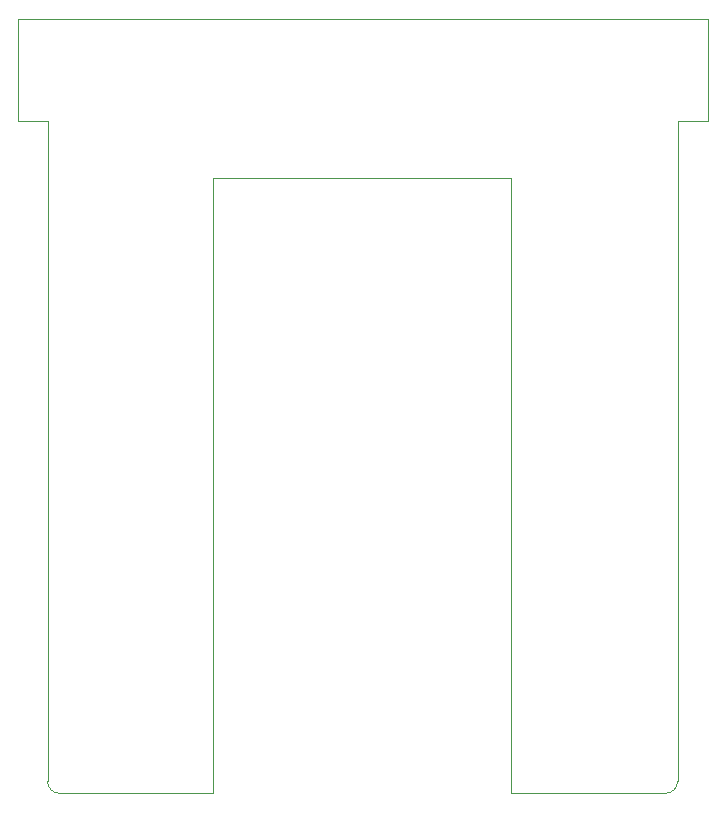
<source format=gbr>
%TF.GenerationSoftware,KiCad,Pcbnew,(5.1.9)-1*%
%TF.CreationDate,2022-02-08T17:05:31+09:00*%
%TF.ProjectId,odroid-extend,6f64726f-6964-42d6-9578-74656e642e6b,rev?*%
%TF.SameCoordinates,Original*%
%TF.FileFunction,Profile,NP*%
%FSLAX46Y46*%
G04 Gerber Fmt 4.6, Leading zero omitted, Abs format (unit mm)*
G04 Created by KiCad (PCBNEW (5.1.9)-1) date 2022-02-08 17:05:31*
%MOMM*%
%LPD*%
G01*
G04 APERTURE LIST*
%TA.AperFunction,Profile*%
%ADD10C,0.050000*%
%TD*%
G04 APERTURE END LIST*
D10*
X137160000Y-129032000D02*
G75*
G02*
X136144000Y-128016000I0J1016000D01*
G01*
X189484000Y-128016000D02*
G75*
G02*
X188468000Y-129032000I-1016000J0D01*
G01*
X189484000Y-72136000D02*
X189484000Y-128016000D01*
X189484000Y-72136000D02*
X192024000Y-72136000D01*
X136144000Y-72136000D02*
X136144000Y-128016000D01*
X136144000Y-72136000D02*
X133604000Y-72136000D01*
X150164800Y-129032000D02*
X150164800Y-76962000D01*
X137160000Y-129032000D02*
X150164800Y-129032000D01*
X133604000Y-63500000D02*
X133604000Y-72136000D01*
X192024000Y-63500000D02*
X133604000Y-63500000D01*
X192024000Y-72136000D02*
X192024000Y-63500000D01*
X175412400Y-129032000D02*
X188468000Y-129032000D01*
X175412400Y-76962000D02*
X175412400Y-129032000D01*
X150164800Y-76962000D02*
X175412400Y-76962000D01*
M02*

</source>
